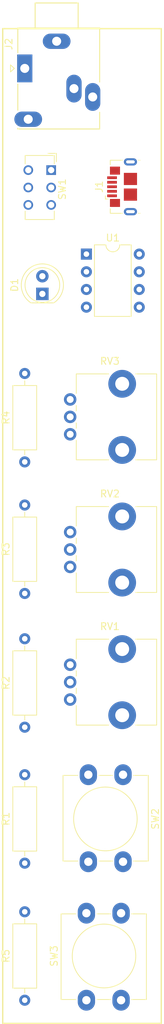
<source format=kicad_pcb>
(kicad_pcb (version 20171130) (host pcbnew "(5.0.0)")

  (general
    (thickness 1.6)
    (drawings 4)
    (tracks 0)
    (zones 0)
    (modules 15)
    (nets 17)
  )

  (page A4)
  (layers
    (0 F.Cu signal)
    (31 B.Cu signal)
    (32 B.Adhes user)
    (33 F.Adhes user)
    (34 B.Paste user)
    (35 F.Paste user)
    (36 B.SilkS user)
    (37 F.SilkS user)
    (38 B.Mask user)
    (39 F.Mask user)
    (40 Dwgs.User user)
    (41 Cmts.User user)
    (42 Eco1.User user)
    (43 Eco2.User user)
    (44 Edge.Cuts user)
    (45 Margin user)
    (46 B.CrtYd user)
    (47 F.CrtYd user)
    (48 B.Fab user)
    (49 F.Fab user)
  )

  (setup
    (last_trace_width 0.25)
    (trace_clearance 0.2)
    (zone_clearance 0.508)
    (zone_45_only no)
    (trace_min 0.2)
    (segment_width 0.2)
    (edge_width 0.15)
    (via_size 0.8)
    (via_drill 0.4)
    (via_min_size 0.4)
    (via_min_drill 0.3)
    (uvia_size 0.3)
    (uvia_drill 0.1)
    (uvias_allowed no)
    (uvia_min_size 0.2)
    (uvia_min_drill 0.1)
    (pcb_text_width 0.3)
    (pcb_text_size 1.5 1.5)
    (mod_edge_width 0.15)
    (mod_text_size 1 1)
    (mod_text_width 0.15)
    (pad_size 1.524 1.524)
    (pad_drill 0.762)
    (pad_to_mask_clearance 0.2)
    (aux_axis_origin 0 0)
    (visible_elements 7FFFFFFF)
    (pcbplotparams
      (layerselection 0x010fc_ffffffff)
      (usegerberextensions false)
      (usegerberattributes false)
      (usegerberadvancedattributes false)
      (creategerberjobfile false)
      (excludeedgelayer true)
      (linewidth 0.100000)
      (plotframeref false)
      (viasonmask false)
      (mode 1)
      (useauxorigin false)
      (hpglpennumber 1)
      (hpglpenspeed 20)
      (hpglpendiameter 15.000000)
      (psnegative false)
      (psa4output false)
      (plotreference true)
      (plotvalue true)
      (plotinvisibletext false)
      (padsonsilk false)
      (subtractmaskfromsilk false)
      (outputformat 1)
      (mirror false)
      (drillshape 1)
      (scaleselection 1)
      (outputdirectory ""))
  )

  (net 0 "")
  (net 1 GND)
  (net 2 P5)
  (net 3 "Net-(J1-Pad2)")
  (net 4 "Net-(J1-Pad1)")
  (net 5 "Net-(J1-Pad4)")
  (net 6 "Net-(J1-Pad3)")
  (net 7 P1)
  (net 8 V_IN)
  (net 9 "Net-(R2-Pad1)")
  (net 10 "Net-(J2-PadR)")
  (net 11 "Net-(R5-Pad1)")
  (net 12 P6)
  (net 13 "Net-(RV1-Pad2)")
  (net 14 "Net-(RV2-Pad2)")
  (net 15 "Net-(RV3-Pad2)")
  (net 16 "Net-(SW1-Pad1)")

  (net_class Default "Esta es la clase de red por defecto."
    (clearance 0.2)
    (trace_width 0.25)
    (via_dia 0.8)
    (via_drill 0.4)
    (uvia_dia 0.3)
    (uvia_drill 0.1)
    (add_net GND)
    (add_net "Net-(J1-Pad1)")
    (add_net "Net-(J1-Pad2)")
    (add_net "Net-(J1-Pad3)")
    (add_net "Net-(J1-Pad4)")
    (add_net "Net-(J2-PadR)")
    (add_net "Net-(R2-Pad1)")
    (add_net "Net-(R5-Pad1)")
    (add_net "Net-(RV1-Pad2)")
    (add_net "Net-(RV2-Pad2)")
    (add_net "Net-(RV3-Pad2)")
    (add_net "Net-(SW1-Pad1)")
    (add_net P1)
    (add_net P5)
    (add_net P6)
    (add_net V_IN)
  )

  (module teensy:StereoJack_3.5mm_Switch_Ledino_KB3SPRS_Horizontal_TRS (layer F.Cu) (tedit 5C5AE528) (tstamp 5C683BE5)
    (at 51.739047 42.151396 270)
    (descr https://www.reichelt.de/index.html?ACTION=7&LA=3&OPEN=0&INDEX=0&FILENAME=C160%252FKB3SPRS.pdf)
    (tags "jack stereo TRS")
    (path /5C2FAF40)
    (fp_text reference J2 (at -3.5 2.3 270) (layer F.SilkS)
      (effects (font (size 1 1) (thickness 0.15)))
    )
    (fp_text value AudioJack3_Ground (at 2.3 -12.2 270) (layer F.Fab)
      (effects (font (size 1 1) (thickness 0.15)))
    )
    (fp_text user %R (at 2.7 -4.6 270) (layer F.Fab)
      (effects (font (size 1 1) (thickness 0.15)))
    )
    (fp_line (start 0.5 2.05) (end 0 1.5) (layer F.SilkS) (width 0.12))
    (fp_line (start -0.5 2.05) (end 0.5 2.05) (layer F.SilkS) (width 0.12))
    (fp_line (start 0 1.5) (end -0.5 2.05) (layer F.SilkS) (width 0.12))
    (fp_line (start -9.3 -7.6) (end -9.3 -1.6) (layer F.Fab) (width 0.1))
    (fp_line (start -9.3 -1.6) (end -5.7 -1.6) (layer F.Fab) (width 0.1))
    (fp_line (start -9.3 -7.6) (end -5.7 -7.6) (layer F.Fab) (width 0.1))
    (fp_line (start -5.7 -10.7) (end -5.7 0.9) (layer F.Fab) (width 0.1))
    (fp_line (start -5.7 0.9) (end 8.6 0.9) (layer F.Fab) (width 0.1))
    (fp_line (start 8.6 0.9) (end 8.6 -10.7) (layer F.Fab) (width 0.1))
    (fp_line (start 8.6 -10.7) (end -5.7 -10.7) (layer F.Fab) (width 0.1))
    (fp_line (start -9.8 2) (end 9.1 2) (layer F.CrtYd) (width 0.05))
    (fp_line (start 9.1 -11.4) (end -9.8 -11.4) (layer F.CrtYd) (width 0.05))
    (fp_line (start -5.8 -10.8) (end 1.95 -10.8) (layer F.SilkS) (width 0.15))
    (fp_line (start 6.3 -10.8) (end 8.7 -10.8) (layer F.SilkS) (width 0.15))
    (fp_line (start 8.7 -10.8) (end 8.7 1) (layer F.SilkS) (width 0.15))
    (fp_line (start 8.7 1) (end 8.6 1) (layer F.SilkS) (width 0.15))
    (fp_line (start 6 1) (end 2.25 1) (layer F.SilkS) (width 0.15))
    (fp_line (start -2.25 1) (end -5.8 1) (layer F.SilkS) (width 0.15))
    (fp_line (start -5.8 1) (end -5.8 -10.8) (layer F.SilkS) (width 0.15))
    (fp_line (start -5.8 -7.7) (end -9.4 -7.7) (layer F.SilkS) (width 0.15))
    (fp_line (start -9.4 -7.7) (end -9.4 -1.5) (layer F.SilkS) (width 0.15))
    (fp_line (start -9.4 -1.5) (end -5.8 -1.5) (layer F.SilkS) (width 0.15))
    (fp_line (start -9.8 -11.4) (end -9.8 2) (layer F.CrtYd) (width 0.05))
    (fp_line (start 9.1 2) (end 9.1 -11.4) (layer F.CrtYd) (width 0.05))
    (fp_circle (center 0.1 -1.75) (end 0.4 -1.55) (layer F.Fab) (width 0.12))
    (pad R thru_hole rect (at 0 0 270) (size 4 2.2) (drill 1.3) (layers *.Cu *.Mask)
      (net 10 "Net-(J2-PadR)"))
    (pad 4 thru_hole oval (at 7.3 -0.5) (size 4 2.2) (drill 1.3) (layers *.Cu *.Mask))
    (pad 5 thru_hole oval (at 2.9 -7.1 270) (size 4 2.2) (drill 1.3) (layers *.Cu *.Mask))
    (pad T thru_hole oval (at 4.1 -9.8 270) (size 4 2.2) (drill 1.3) (layers *.Cu *.Mask)
      (net 10 "Net-(J2-PadR)"))
    (pad S thru_hole oval (at -3.9 -4.6 270) (size 2.2 4) (drill 1.3) (layers *.Cu *.Mask)
      (net 1 GND))
    (model ${KISYS3DMOD}/Connector_Audio.3dshapes/StereoJack_3.5mm_Switch_Ledino_KB3SPRS_Horizontal.wrl
      (at (xyz 0 0 0))
      (scale (xyz 1 1 1))
      (rotate (xyz 0 0 0))
    )
  )

  (module LED_THT:LED_D5.0mm_FlatTop (layer F.Cu) (tedit 5880A862) (tstamp 5C683B9B)
    (at 54.279047 74.536396 90)
    (descr "LED, Round, FlatTop, diameter 5.0mm, 2 pins, http://www.kingbright.com/attachments/file/psearch/000/00/00/L-483GDT(Ver.15B).pdf")
    (tags "LED Round FlatTop diameter 5.0mm 2 pins")
    (path /5C2FABCA)
    (fp_text reference D1 (at 1.27 -4.01 90) (layer F.SilkS)
      (effects (font (size 1 1) (thickness 0.15)))
    )
    (fp_text value LED (at 1.27 4.01 90) (layer F.Fab)
      (effects (font (size 1 1) (thickness 0.15)))
    )
    (fp_arc (start 1.27 0) (end -1.23 -1.566046) (angle 295.9) (layer F.Fab) (width 0.1))
    (fp_arc (start 1.27 0) (end -1.29 -1.639512) (angle 147.4) (layer F.SilkS) (width 0.12))
    (fp_arc (start 1.27 0) (end -1.29 1.639512) (angle -147.4) (layer F.SilkS) (width 0.12))
    (fp_circle (center 1.27 0) (end 3.77 0) (layer F.Fab) (width 0.1))
    (fp_circle (center 1.27 0) (end 3.77 0) (layer F.SilkS) (width 0.12))
    (fp_line (start -1.23 -1.566046) (end -1.23 1.566046) (layer F.Fab) (width 0.1))
    (fp_line (start -1.29 -1.64) (end -1.29 1.64) (layer F.SilkS) (width 0.12))
    (fp_line (start -2 -3.3) (end -2 3.3) (layer F.CrtYd) (width 0.05))
    (fp_line (start -2 3.3) (end 4.55 3.3) (layer F.CrtYd) (width 0.05))
    (fp_line (start 4.55 3.3) (end 4.55 -3.3) (layer F.CrtYd) (width 0.05))
    (fp_line (start 4.55 -3.3) (end -2 -3.3) (layer F.CrtYd) (width 0.05))
    (pad 1 thru_hole rect (at 0 0 90) (size 1.8 1.8) (drill 0.9) (layers *.Cu *.Mask)
      (net 1 GND))
    (pad 2 thru_hole circle (at 2.54 0 90) (size 1.8 1.8) (drill 0.9) (layers *.Cu *.Mask)
      (net 2 P5))
    (model ${KISYS3DMOD}/LED_THT.3dshapes/LED_D5.0mm_FlatTop.wrl
      (at (xyz 0 0 0))
      (scale (xyz 1 1 1))
      (rotate (xyz 0 0 0))
    )
  )

  (module Connector_USB:USB_Micro-B_GCT_USB3076-30-A (layer F.Cu) (tedit 5A170D03) (tstamp 5C683BC2)
    (at 65.779047 59.151396 90)
    (descr "GCT Micro USB https://gct.co/files/drawings/usb3076.pdf")
    (tags "Micro-USB SMD Typ-B GCT")
    (path /5C2FAD2D)
    (attr smd)
    (fp_text reference J1 (at 0 -3.3 90) (layer F.SilkS)
      (effects (font (size 1 1) (thickness 0.15)))
    )
    (fp_text value USB_B_Micro (at 0 5.2 90) (layer F.Fab)
      (effects (font (size 1 1) (thickness 0.15)))
    )
    (fp_line (start -4.6 4.45) (end 4.6 4.45) (layer F.CrtYd) (width 0.05))
    (fp_line (start 4.6 -2.65) (end 4.6 4.45) (layer F.CrtYd) (width 0.05))
    (fp_line (start -4.6 -2.65) (end 4.6 -2.65) (layer F.CrtYd) (width 0.05))
    (fp_line (start -4.6 4.45) (end -4.6 -2.65) (layer F.CrtYd) (width 0.05))
    (fp_text user "PCB Edge" (at 0 2.65 90) (layer Dwgs.User)
      (effects (font (size 0.5 0.5) (thickness 0.08)))
    )
    (fp_line (start -3.81 -1.71) (end -3.15 -1.71) (layer F.SilkS) (width 0.12))
    (fp_line (start -3.81 0.02) (end -3.81 -1.71) (layer F.SilkS) (width 0.12))
    (fp_line (start 3.81 2.59) (end 3.81 2.38) (layer F.SilkS) (width 0.12))
    (fp_line (start 3.7 3.95) (end 3.7 -1.6) (layer F.Fab) (width 0.1))
    (fp_line (start -3 2.65) (end 3 2.65) (layer F.Fab) (width 0.1))
    (fp_line (start -3.7 3.95) (end 3.7 3.95) (layer F.Fab) (width 0.1))
    (fp_line (start -3.7 -1.6) (end 3.7 -1.6) (layer F.Fab) (width 0.1))
    (fp_line (start -3.7 3.95) (end -3.7 -1.6) (layer F.Fab) (width 0.1))
    (fp_line (start -3.81 2.59) (end -3.81 2.38) (layer F.SilkS) (width 0.12))
    (fp_line (start 3.81 0.02) (end 3.81 -1.71) (layer F.SilkS) (width 0.12))
    (fp_line (start 3.81 -1.71) (end 3.16 -1.71) (layer F.SilkS) (width 0.12))
    (fp_text user %R (at 0 0.85 90) (layer F.Fab)
      (effects (font (size 1 1) (thickness 0.15)))
    )
    (fp_line (start -1.76 -2.41) (end -1.31 -2.41) (layer F.SilkS) (width 0.12))
    (fp_line (start -1.76 -2.41) (end -1.76 -2.02) (layer F.SilkS) (width 0.12))
    (fp_line (start -1.3 -1.75) (end -1.5 -1.95) (layer F.Fab) (width 0.1))
    (fp_line (start -1.1 -1.95) (end -1.3 -1.75) (layer F.Fab) (width 0.1))
    (fp_line (start -1.5 -2.16) (end -1.1 -2.16) (layer F.Fab) (width 0.1))
    (fp_line (start -1.5 -2.16) (end -1.5 -1.95) (layer F.Fab) (width 0.1))
    (fp_line (start -1.1 -2.16) (end -1.1 -1.95) (layer F.Fab) (width 0.1))
    (pad 6 smd rect (at 1.125 1.2 90) (size 1.75 1.9) (layers F.Cu F.Paste F.Mask)
      (net 1 GND))
    (pad 2 smd rect (at -0.65 -1.45 90) (size 0.4 1.4) (layers F.Cu F.Paste F.Mask)
      (net 3 "Net-(J1-Pad2)"))
    (pad 1 smd rect (at -1.3 -1.45 90) (size 0.4 1.4) (layers F.Cu F.Paste F.Mask)
      (net 4 "Net-(J1-Pad1)"))
    (pad 5 smd rect (at 1.3 -1.45 90) (size 0.4 1.4) (layers F.Cu F.Paste F.Mask)
      (net 1 GND))
    (pad 4 smd rect (at 0.65 -1.45 90) (size 0.4 1.4) (layers F.Cu F.Paste F.Mask)
      (net 5 "Net-(J1-Pad4)"))
    (pad 3 smd rect (at 0 -1.45 90) (size 0.4 1.4) (layers F.Cu F.Paste F.Mask)
      (net 6 "Net-(J1-Pad3)"))
    (pad 6 smd rect (at -1.125 1.2 90) (size 1.75 1.9) (layers F.Cu F.Paste F.Mask)
      (net 1 GND))
    (pad 6 thru_hole oval (at -3.575 1.2 270) (size 1.05 1.9) (drill oval 0.45 1.25) (layers *.Cu *.Mask)
      (net 1 GND))
    (pad 6 thru_hole oval (at 3.575 1.2 90) (size 1.05 1.9) (drill oval 0.45 1.25) (layers *.Cu *.Mask)
      (net 1 GND))
    (pad 6 smd rect (at 2.32 -1.03 90) (size 1.15 1.45) (layers F.Cu F.Paste F.Mask)
      (net 1 GND))
    (pad 6 smd rect (at -2.32 -1.03 90) (size 1.15 1.45) (layers F.Cu F.Paste F.Mask)
      (net 1 GND))
    (model ${KISYS3DMOD}/Connector_USB.3dshapes/USB_Micro-B_GCT_USB3076-30-A.wrl
      (at (xyz 0 0 0))
      (scale (xyz 1 1 1))
      (rotate (xyz 0 0 0))
    )
  )

  (module Resistor_THT:R_Axial_DIN0309_L9.0mm_D3.2mm_P12.70mm_Horizontal (layer F.Cu) (tedit 5AE5139B) (tstamp 5C683BFC)
    (at 51.739047 156.293269 90)
    (descr "Resistor, Axial_DIN0309 series, Axial, Horizontal, pin pitch=12.7mm, 0.5W = 1/2W, length*diameter=9*3.2mm^2, http://cdn-reichelt.de/documents/datenblatt/B400/1_4W%23YAG.pdf")
    (tags "Resistor Axial_DIN0309 series Axial Horizontal pin pitch 12.7mm 0.5W = 1/2W length 9mm diameter 3.2mm")
    (path /5C2FA407)
    (fp_text reference R1 (at 6.35 -2.72 90) (layer F.SilkS)
      (effects (font (size 1 1) (thickness 0.15)))
    )
    (fp_text value 47K (at 6.35 2.72 90) (layer F.Fab)
      (effects (font (size 1 1) (thickness 0.15)))
    )
    (fp_text user %R (at 6.35 0 90) (layer F.Fab)
      (effects (font (size 1 1) (thickness 0.15)))
    )
    (fp_line (start 13.75 -1.85) (end -1.05 -1.85) (layer F.CrtYd) (width 0.05))
    (fp_line (start 13.75 1.85) (end 13.75 -1.85) (layer F.CrtYd) (width 0.05))
    (fp_line (start -1.05 1.85) (end 13.75 1.85) (layer F.CrtYd) (width 0.05))
    (fp_line (start -1.05 -1.85) (end -1.05 1.85) (layer F.CrtYd) (width 0.05))
    (fp_line (start 11.66 0) (end 10.97 0) (layer F.SilkS) (width 0.12))
    (fp_line (start 1.04 0) (end 1.73 0) (layer F.SilkS) (width 0.12))
    (fp_line (start 10.97 -1.72) (end 1.73 -1.72) (layer F.SilkS) (width 0.12))
    (fp_line (start 10.97 1.72) (end 10.97 -1.72) (layer F.SilkS) (width 0.12))
    (fp_line (start 1.73 1.72) (end 10.97 1.72) (layer F.SilkS) (width 0.12))
    (fp_line (start 1.73 -1.72) (end 1.73 1.72) (layer F.SilkS) (width 0.12))
    (fp_line (start 12.7 0) (end 10.85 0) (layer F.Fab) (width 0.1))
    (fp_line (start 0 0) (end 1.85 0) (layer F.Fab) (width 0.1))
    (fp_line (start 10.85 -1.6) (end 1.85 -1.6) (layer F.Fab) (width 0.1))
    (fp_line (start 10.85 1.6) (end 10.85 -1.6) (layer F.Fab) (width 0.1))
    (fp_line (start 1.85 1.6) (end 10.85 1.6) (layer F.Fab) (width 0.1))
    (fp_line (start 1.85 -1.6) (end 1.85 1.6) (layer F.Fab) (width 0.1))
    (pad 2 thru_hole oval (at 12.7 0 90) (size 1.6 1.6) (drill 0.8) (layers *.Cu *.Mask)
      (net 7 P1))
    (pad 1 thru_hole circle (at 0 0 90) (size 1.6 1.6) (drill 0.8) (layers *.Cu *.Mask)
      (net 8 V_IN))
    (model ${KISYS3DMOD}/Resistor_THT.3dshapes/R_Axial_DIN0309_L9.0mm_D3.2mm_P12.70mm_Horizontal.wrl
      (at (xyz 0 0 0))
      (scale (xyz 1 1 1))
      (rotate (xyz 0 0 0))
    )
  )

  (module Resistor_THT:R_Axial_DIN0309_L9.0mm_D3.2mm_P12.70mm_Horizontal (layer F.Cu) (tedit 5AE5139B) (tstamp 5C683C13)
    (at 51.739047 136.766396 90)
    (descr "Resistor, Axial_DIN0309 series, Axial, Horizontal, pin pitch=12.7mm, 0.5W = 1/2W, length*diameter=9*3.2mm^2, http://cdn-reichelt.de/documents/datenblatt/B400/1_4W%23YAG.pdf")
    (tags "Resistor Axial_DIN0309 series Axial Horizontal pin pitch 12.7mm 0.5W = 1/2W length 9mm diameter 3.2mm")
    (path /5C2FA3D3)
    (fp_text reference R2 (at 6.35 -2.72 90) (layer F.SilkS)
      (effects (font (size 1 1) (thickness 0.15)))
    )
    (fp_text value 47K (at 6.35 2.72 90) (layer F.Fab)
      (effects (font (size 1 1) (thickness 0.15)))
    )
    (fp_line (start 1.85 -1.6) (end 1.85 1.6) (layer F.Fab) (width 0.1))
    (fp_line (start 1.85 1.6) (end 10.85 1.6) (layer F.Fab) (width 0.1))
    (fp_line (start 10.85 1.6) (end 10.85 -1.6) (layer F.Fab) (width 0.1))
    (fp_line (start 10.85 -1.6) (end 1.85 -1.6) (layer F.Fab) (width 0.1))
    (fp_line (start 0 0) (end 1.85 0) (layer F.Fab) (width 0.1))
    (fp_line (start 12.7 0) (end 10.85 0) (layer F.Fab) (width 0.1))
    (fp_line (start 1.73 -1.72) (end 1.73 1.72) (layer F.SilkS) (width 0.12))
    (fp_line (start 1.73 1.72) (end 10.97 1.72) (layer F.SilkS) (width 0.12))
    (fp_line (start 10.97 1.72) (end 10.97 -1.72) (layer F.SilkS) (width 0.12))
    (fp_line (start 10.97 -1.72) (end 1.73 -1.72) (layer F.SilkS) (width 0.12))
    (fp_line (start 1.04 0) (end 1.73 0) (layer F.SilkS) (width 0.12))
    (fp_line (start 11.66 0) (end 10.97 0) (layer F.SilkS) (width 0.12))
    (fp_line (start -1.05 -1.85) (end -1.05 1.85) (layer F.CrtYd) (width 0.05))
    (fp_line (start -1.05 1.85) (end 13.75 1.85) (layer F.CrtYd) (width 0.05))
    (fp_line (start 13.75 1.85) (end 13.75 -1.85) (layer F.CrtYd) (width 0.05))
    (fp_line (start 13.75 -1.85) (end -1.05 -1.85) (layer F.CrtYd) (width 0.05))
    (fp_text user %R (at 6.35 0 90) (layer F.Fab)
      (effects (font (size 1 1) (thickness 0.15)))
    )
    (pad 1 thru_hole circle (at 0 0 90) (size 1.6 1.6) (drill 0.8) (layers *.Cu *.Mask)
      (net 9 "Net-(R2-Pad1)"))
    (pad 2 thru_hole oval (at 12.7 0 90) (size 1.6 1.6) (drill 0.8) (layers *.Cu *.Mask)
      (net 1 GND))
    (model ${KISYS3DMOD}/Resistor_THT.3dshapes/R_Axial_DIN0309_L9.0mm_D3.2mm_P12.70mm_Horizontal.wrl
      (at (xyz 0 0 0))
      (scale (xyz 1 1 1))
      (rotate (xyz 0 0 0))
    )
  )

  (module Resistor_THT:R_Axial_DIN0309_L9.0mm_D3.2mm_P12.70mm_Horizontal (layer F.Cu) (tedit 5AE5139B) (tstamp 5C683C2A)
    (at 51.739047 117.558269 90)
    (descr "Resistor, Axial_DIN0309 series, Axial, Horizontal, pin pitch=12.7mm, 0.5W = 1/2W, length*diameter=9*3.2mm^2, http://cdn-reichelt.de/documents/datenblatt/B400/1_4W%23YAG.pdf")
    (tags "Resistor Axial_DIN0309 series Axial Horizontal pin pitch 12.7mm 0.5W = 1/2W length 9mm diameter 3.2mm")
    (path /5C2FA491)
    (fp_text reference R3 (at 6.35 -2.72 90) (layer F.SilkS)
      (effects (font (size 1 1) (thickness 0.15)))
    )
    (fp_text value 2.2K (at 6.35 2.72 90) (layer F.Fab)
      (effects (font (size 1 1) (thickness 0.15)))
    )
    (fp_text user %R (at 6.35 0 90) (layer F.Fab)
      (effects (font (size 1 1) (thickness 0.15)))
    )
    (fp_line (start 13.75 -1.85) (end -1.05 -1.85) (layer F.CrtYd) (width 0.05))
    (fp_line (start 13.75 1.85) (end 13.75 -1.85) (layer F.CrtYd) (width 0.05))
    (fp_line (start -1.05 1.85) (end 13.75 1.85) (layer F.CrtYd) (width 0.05))
    (fp_line (start -1.05 -1.85) (end -1.05 1.85) (layer F.CrtYd) (width 0.05))
    (fp_line (start 11.66 0) (end 10.97 0) (layer F.SilkS) (width 0.12))
    (fp_line (start 1.04 0) (end 1.73 0) (layer F.SilkS) (width 0.12))
    (fp_line (start 10.97 -1.72) (end 1.73 -1.72) (layer F.SilkS) (width 0.12))
    (fp_line (start 10.97 1.72) (end 10.97 -1.72) (layer F.SilkS) (width 0.12))
    (fp_line (start 1.73 1.72) (end 10.97 1.72) (layer F.SilkS) (width 0.12))
    (fp_line (start 1.73 -1.72) (end 1.73 1.72) (layer F.SilkS) (width 0.12))
    (fp_line (start 12.7 0) (end 10.85 0) (layer F.Fab) (width 0.1))
    (fp_line (start 0 0) (end 1.85 0) (layer F.Fab) (width 0.1))
    (fp_line (start 10.85 -1.6) (end 1.85 -1.6) (layer F.Fab) (width 0.1))
    (fp_line (start 10.85 1.6) (end 10.85 -1.6) (layer F.Fab) (width 0.1))
    (fp_line (start 1.85 1.6) (end 10.85 1.6) (layer F.Fab) (width 0.1))
    (fp_line (start 1.85 -1.6) (end 1.85 1.6) (layer F.Fab) (width 0.1))
    (pad 2 thru_hole oval (at 12.7 0 90) (size 1.6 1.6) (drill 0.8) (layers *.Cu *.Mask)
      (net 10 "Net-(J2-PadR)"))
    (pad 1 thru_hole circle (at 0 0 90) (size 1.6 1.6) (drill 0.8) (layers *.Cu *.Mask)
      (net 2 P5))
    (model ${KISYS3DMOD}/Resistor_THT.3dshapes/R_Axial_DIN0309_L9.0mm_D3.2mm_P12.70mm_Horizontal.wrl
      (at (xyz 0 0 0))
      (scale (xyz 1 1 1))
      (rotate (xyz 0 0 0))
    )
  )

  (module Resistor_THT:R_Axial_DIN0309_L9.0mm_D3.2mm_P12.70mm_Horizontal (layer F.Cu) (tedit 5AE5139B) (tstamp 5C683C41)
    (at 51.739047 98.666396 90)
    (descr "Resistor, Axial_DIN0309 series, Axial, Horizontal, pin pitch=12.7mm, 0.5W = 1/2W, length*diameter=9*3.2mm^2, http://cdn-reichelt.de/documents/datenblatt/B400/1_4W%23YAG.pdf")
    (tags "Resistor Axial_DIN0309 series Axial Horizontal pin pitch 12.7mm 0.5W = 1/2W length 9mm diameter 3.2mm")
    (path /5C2FA4C5)
    (fp_text reference R4 (at 6.35 -2.72 90) (layer F.SilkS)
      (effects (font (size 1 1) (thickness 0.15)))
    )
    (fp_text value 4.7K (at 6.35 2.72 90) (layer F.Fab)
      (effects (font (size 1 1) (thickness 0.15)))
    )
    (fp_line (start 1.85 -1.6) (end 1.85 1.6) (layer F.Fab) (width 0.1))
    (fp_line (start 1.85 1.6) (end 10.85 1.6) (layer F.Fab) (width 0.1))
    (fp_line (start 10.85 1.6) (end 10.85 -1.6) (layer F.Fab) (width 0.1))
    (fp_line (start 10.85 -1.6) (end 1.85 -1.6) (layer F.Fab) (width 0.1))
    (fp_line (start 0 0) (end 1.85 0) (layer F.Fab) (width 0.1))
    (fp_line (start 12.7 0) (end 10.85 0) (layer F.Fab) (width 0.1))
    (fp_line (start 1.73 -1.72) (end 1.73 1.72) (layer F.SilkS) (width 0.12))
    (fp_line (start 1.73 1.72) (end 10.97 1.72) (layer F.SilkS) (width 0.12))
    (fp_line (start 10.97 1.72) (end 10.97 -1.72) (layer F.SilkS) (width 0.12))
    (fp_line (start 10.97 -1.72) (end 1.73 -1.72) (layer F.SilkS) (width 0.12))
    (fp_line (start 1.04 0) (end 1.73 0) (layer F.SilkS) (width 0.12))
    (fp_line (start 11.66 0) (end 10.97 0) (layer F.SilkS) (width 0.12))
    (fp_line (start -1.05 -1.85) (end -1.05 1.85) (layer F.CrtYd) (width 0.05))
    (fp_line (start -1.05 1.85) (end 13.75 1.85) (layer F.CrtYd) (width 0.05))
    (fp_line (start 13.75 1.85) (end 13.75 -1.85) (layer F.CrtYd) (width 0.05))
    (fp_line (start 13.75 -1.85) (end -1.05 -1.85) (layer F.CrtYd) (width 0.05))
    (fp_text user %R (at 6.35 0 90) (layer F.Fab)
      (effects (font (size 1 1) (thickness 0.15)))
    )
    (pad 1 thru_hole circle (at 0 0 90) (size 1.6 1.6) (drill 0.8) (layers *.Cu *.Mask)
      (net 10 "Net-(J2-PadR)"))
    (pad 2 thru_hole oval (at 12.7 0 90) (size 1.6 1.6) (drill 0.8) (layers *.Cu *.Mask)
      (net 1 GND))
    (model ${KISYS3DMOD}/Resistor_THT.3dshapes/R_Axial_DIN0309_L9.0mm_D3.2mm_P12.70mm_Horizontal.wrl
      (at (xyz 0 0 0))
      (scale (xyz 1 1 1))
      (rotate (xyz 0 0 0))
    )
  )

  (module Resistor_THT:R_Axial_DIN0309_L9.0mm_D3.2mm_P12.70mm_Horizontal (layer F.Cu) (tedit 5AE5139B) (tstamp 5C683C58)
    (at 51.739047 175.978269 90)
    (descr "Resistor, Axial_DIN0309 series, Axial, Horizontal, pin pitch=12.7mm, 0.5W = 1/2W, length*diameter=9*3.2mm^2, http://cdn-reichelt.de/documents/datenblatt/B400/1_4W%23YAG.pdf")
    (tags "Resistor Axial_DIN0309 series Axial Horizontal pin pitch 12.7mm 0.5W = 1/2W length 9mm diameter 3.2mm")
    (path /5C2FA44F)
    (fp_text reference R5 (at 6.35 -2.72 90) (layer F.SilkS)
      (effects (font (size 1 1) (thickness 0.15)))
    )
    (fp_text value 47K (at 6.35 2.72 90) (layer F.Fab)
      (effects (font (size 1 1) (thickness 0.15)))
    )
    (fp_line (start 1.85 -1.6) (end 1.85 1.6) (layer F.Fab) (width 0.1))
    (fp_line (start 1.85 1.6) (end 10.85 1.6) (layer F.Fab) (width 0.1))
    (fp_line (start 10.85 1.6) (end 10.85 -1.6) (layer F.Fab) (width 0.1))
    (fp_line (start 10.85 -1.6) (end 1.85 -1.6) (layer F.Fab) (width 0.1))
    (fp_line (start 0 0) (end 1.85 0) (layer F.Fab) (width 0.1))
    (fp_line (start 12.7 0) (end 10.85 0) (layer F.Fab) (width 0.1))
    (fp_line (start 1.73 -1.72) (end 1.73 1.72) (layer F.SilkS) (width 0.12))
    (fp_line (start 1.73 1.72) (end 10.97 1.72) (layer F.SilkS) (width 0.12))
    (fp_line (start 10.97 1.72) (end 10.97 -1.72) (layer F.SilkS) (width 0.12))
    (fp_line (start 10.97 -1.72) (end 1.73 -1.72) (layer F.SilkS) (width 0.12))
    (fp_line (start 1.04 0) (end 1.73 0) (layer F.SilkS) (width 0.12))
    (fp_line (start 11.66 0) (end 10.97 0) (layer F.SilkS) (width 0.12))
    (fp_line (start -1.05 -1.85) (end -1.05 1.85) (layer F.CrtYd) (width 0.05))
    (fp_line (start -1.05 1.85) (end 13.75 1.85) (layer F.CrtYd) (width 0.05))
    (fp_line (start 13.75 1.85) (end 13.75 -1.85) (layer F.CrtYd) (width 0.05))
    (fp_line (start 13.75 -1.85) (end -1.05 -1.85) (layer F.CrtYd) (width 0.05))
    (fp_text user %R (at 6.35 0 90) (layer F.Fab)
      (effects (font (size 1 1) (thickness 0.15)))
    )
    (pad 1 thru_hole circle (at 0 0 90) (size 1.6 1.6) (drill 0.8) (layers *.Cu *.Mask)
      (net 11 "Net-(R5-Pad1)"))
    (pad 2 thru_hole oval (at 12.7 0 90) (size 1.6 1.6) (drill 0.8) (layers *.Cu *.Mask)
      (net 12 P6))
    (model ${KISYS3DMOD}/Resistor_THT.3dshapes/R_Axial_DIN0309_L9.0mm_D3.2mm_P12.70mm_Horizontal.wrl
      (at (xyz 0 0 0))
      (scale (xyz 1 1 1))
      (rotate (xyz 0 0 0))
    )
  )

  (module Potentiometer_THT:Potentiometer_Alps_RK09L_Single_Vertical (layer F.Cu) (tedit 5A3D4993) (tstamp 5C683C74)
    (at 58.288112 132.798269)
    (descr "Potentiometer, vertical, Alps RK09L Single, http://www.alps.com/prod/info/E/HTML/Potentiometer/RotaryPotentiometers/RK09L/RK09L_list.html")
    (tags "Potentiometer vertical Alps RK09L Single")
    (path /5C2FA292)
    (fp_text reference RV1 (at 5.725 -10.5) (layer F.SilkS)
      (effects (font (size 1 1) (thickness 0.15)))
    )
    (fp_text value 10K (at 5.725 5.5) (layer F.Fab)
      (effects (font (size 1 1) (thickness 0.15)))
    )
    (fp_circle (center 7.5 -2.5) (end 10.5 -2.5) (layer F.Fab) (width 0.1))
    (fp_line (start 1 -8.55) (end 1 3.55) (layer F.Fab) (width 0.1))
    (fp_line (start 1 3.55) (end 12.35 3.55) (layer F.Fab) (width 0.1))
    (fp_line (start 12.35 3.55) (end 12.35 -8.55) (layer F.Fab) (width 0.1))
    (fp_line (start 12.35 -8.55) (end 1 -8.55) (layer F.Fab) (width 0.1))
    (fp_line (start 0.88 -8.67) (end 5.546 -8.67) (layer F.SilkS) (width 0.12))
    (fp_line (start 9.455 -8.67) (end 12.47 -8.67) (layer F.SilkS) (width 0.12))
    (fp_line (start 0.88 3.67) (end 5.546 3.67) (layer F.SilkS) (width 0.12))
    (fp_line (start 9.455 3.67) (end 12.47 3.67) (layer F.SilkS) (width 0.12))
    (fp_line (start 0.88 -8.67) (end 0.88 -5.871) (layer F.SilkS) (width 0.12))
    (fp_line (start 0.88 -4.129) (end 0.88 -3.37) (layer F.SilkS) (width 0.12))
    (fp_line (start 0.88 -1.629) (end 0.88 -0.87) (layer F.SilkS) (width 0.12))
    (fp_line (start 0.88 0.87) (end 0.88 3.67) (layer F.SilkS) (width 0.12))
    (fp_line (start 12.47 -8.67) (end 12.47 3.67) (layer F.SilkS) (width 0.12))
    (fp_line (start -1.15 -9.5) (end -1.15 4.5) (layer F.CrtYd) (width 0.05))
    (fp_line (start -1.15 4.5) (end 12.6 4.5) (layer F.CrtYd) (width 0.05))
    (fp_line (start 12.6 4.5) (end 12.6 -9.5) (layer F.CrtYd) (width 0.05))
    (fp_line (start 12.6 -9.5) (end -1.15 -9.5) (layer F.CrtYd) (width 0.05))
    (fp_text user %R (at 2 -2.5 -270) (layer F.Fab)
      (effects (font (size 1 1) (thickness 0.15)))
    )
    (pad 3 thru_hole circle (at 0 -5) (size 1.8 1.8) (drill 1) (layers *.Cu *.Mask)
      (net 1 GND))
    (pad 2 thru_hole circle (at 0 -2.5) (size 1.8 1.8) (drill 1) (layers *.Cu *.Mask)
      (net 13 "Net-(RV1-Pad2)"))
    (pad 1 thru_hole circle (at 0 0) (size 1.8 1.8) (drill 1) (layers *.Cu *.Mask)
      (net 8 V_IN))
    (pad "" np_thru_hole circle (at 7.5 -7.25) (size 4 4) (drill 2) (layers *.Cu *.Mask))
    (pad "" np_thru_hole circle (at 7.5 2.25) (size 4 4) (drill 2) (layers *.Cu *.Mask))
    (model ${KISYS3DMOD}/Potentiometer_THT.3dshapes/Potentiometer_Alps_RK09L_Single_Vertical.wrl
      (at (xyz 0 0 0))
      (scale (xyz 1 1 1))
      (rotate (xyz 0 0 0))
    )
  )

  (module Potentiometer_THT:Potentiometer_Alps_RK09L_Single_Vertical (layer F.Cu) (tedit 5A3D4993) (tstamp 5C683C90)
    (at 58.288112 113.748269)
    (descr "Potentiometer, vertical, Alps RK09L Single, http://www.alps.com/prod/info/E/HTML/Potentiometer/RotaryPotentiometers/RK09L/RK09L_list.html")
    (tags "Potentiometer vertical Alps RK09L Single")
    (path /5C2FA24C)
    (fp_text reference RV2 (at 5.725 -10.5) (layer F.SilkS)
      (effects (font (size 1 1) (thickness 0.15)))
    )
    (fp_text value 10K (at 5.725 5.5) (layer F.Fab)
      (effects (font (size 1 1) (thickness 0.15)))
    )
    (fp_text user %R (at 2 -2.5 -270) (layer F.Fab)
      (effects (font (size 1 1) (thickness 0.15)))
    )
    (fp_line (start 12.6 -9.5) (end -1.15 -9.5) (layer F.CrtYd) (width 0.05))
    (fp_line (start 12.6 4.5) (end 12.6 -9.5) (layer F.CrtYd) (width 0.05))
    (fp_line (start -1.15 4.5) (end 12.6 4.5) (layer F.CrtYd) (width 0.05))
    (fp_line (start -1.15 -9.5) (end -1.15 4.5) (layer F.CrtYd) (width 0.05))
    (fp_line (start 12.47 -8.67) (end 12.47 3.67) (layer F.SilkS) (width 0.12))
    (fp_line (start 0.88 0.87) (end 0.88 3.67) (layer F.SilkS) (width 0.12))
    (fp_line (start 0.88 -1.629) (end 0.88 -0.87) (layer F.SilkS) (width 0.12))
    (fp_line (start 0.88 -4.129) (end 0.88 -3.37) (layer F.SilkS) (width 0.12))
    (fp_line (start 0.88 -8.67) (end 0.88 -5.871) (layer F.SilkS) (width 0.12))
    (fp_line (start 9.455 3.67) (end 12.47 3.67) (layer F.SilkS) (width 0.12))
    (fp_line (start 0.88 3.67) (end 5.546 3.67) (layer F.SilkS) (width 0.12))
    (fp_line (start 9.455 -8.67) (end 12.47 -8.67) (layer F.SilkS) (width 0.12))
    (fp_line (start 0.88 -8.67) (end 5.546 -8.67) (layer F.SilkS) (width 0.12))
    (fp_line (start 12.35 -8.55) (end 1 -8.55) (layer F.Fab) (width 0.1))
    (fp_line (start 12.35 3.55) (end 12.35 -8.55) (layer F.Fab) (width 0.1))
    (fp_line (start 1 3.55) (end 12.35 3.55) (layer F.Fab) (width 0.1))
    (fp_line (start 1 -8.55) (end 1 3.55) (layer F.Fab) (width 0.1))
    (fp_circle (center 7.5 -2.5) (end 10.5 -2.5) (layer F.Fab) (width 0.1))
    (pad "" np_thru_hole circle (at 7.5 2.25) (size 4 4) (drill 2) (layers *.Cu *.Mask))
    (pad "" np_thru_hole circle (at 7.5 -7.25) (size 4 4) (drill 2) (layers *.Cu *.Mask))
    (pad 1 thru_hole circle (at 0 0) (size 1.8 1.8) (drill 1) (layers *.Cu *.Mask)
      (net 8 V_IN))
    (pad 2 thru_hole circle (at 0 -2.5) (size 1.8 1.8) (drill 1) (layers *.Cu *.Mask)
      (net 14 "Net-(RV2-Pad2)"))
    (pad 3 thru_hole circle (at 0 -5) (size 1.8 1.8) (drill 1) (layers *.Cu *.Mask)
      (net 1 GND))
    (model ${KISYS3DMOD}/Potentiometer_THT.3dshapes/Potentiometer_Alps_RK09L_Single_Vertical.wrl
      (at (xyz 0 0 0))
      (scale (xyz 1 1 1))
      (rotate (xyz 0 0 0))
    )
  )

  (module Potentiometer_THT:Potentiometer_Alps_RK09L_Single_Vertical (layer F.Cu) (tedit 5A3D4993) (tstamp 5C683CAC)
    (at 58.288112 94.698269)
    (descr "Potentiometer, vertical, Alps RK09L Single, http://www.alps.com/prod/info/E/HTML/Potentiometer/RotaryPotentiometers/RK09L/RK09L_list.html")
    (tags "Potentiometer vertical Alps RK09L Single")
    (path /5C2FA1C2)
    (fp_text reference RV3 (at 5.725 -10.5) (layer F.SilkS)
      (effects (font (size 1 1) (thickness 0.15)))
    )
    (fp_text value 10K (at 5.725 5.5) (layer F.Fab)
      (effects (font (size 1 1) (thickness 0.15)))
    )
    (fp_circle (center 7.5 -2.5) (end 10.5 -2.5) (layer F.Fab) (width 0.1))
    (fp_line (start 1 -8.55) (end 1 3.55) (layer F.Fab) (width 0.1))
    (fp_line (start 1 3.55) (end 12.35 3.55) (layer F.Fab) (width 0.1))
    (fp_line (start 12.35 3.55) (end 12.35 -8.55) (layer F.Fab) (width 0.1))
    (fp_line (start 12.35 -8.55) (end 1 -8.55) (layer F.Fab) (width 0.1))
    (fp_line (start 0.88 -8.67) (end 5.546 -8.67) (layer F.SilkS) (width 0.12))
    (fp_line (start 9.455 -8.67) (end 12.47 -8.67) (layer F.SilkS) (width 0.12))
    (fp_line (start 0.88 3.67) (end 5.546 3.67) (layer F.SilkS) (width 0.12))
    (fp_line (start 9.455 3.67) (end 12.47 3.67) (layer F.SilkS) (width 0.12))
    (fp_line (start 0.88 -8.67) (end 0.88 -5.871) (layer F.SilkS) (width 0.12))
    (fp_line (start 0.88 -4.129) (end 0.88 -3.37) (layer F.SilkS) (width 0.12))
    (fp_line (start 0.88 -1.629) (end 0.88 -0.87) (layer F.SilkS) (width 0.12))
    (fp_line (start 0.88 0.87) (end 0.88 3.67) (layer F.SilkS) (width 0.12))
    (fp_line (start 12.47 -8.67) (end 12.47 3.67) (layer F.SilkS) (width 0.12))
    (fp_line (start -1.15 -9.5) (end -1.15 4.5) (layer F.CrtYd) (width 0.05))
    (fp_line (start -1.15 4.5) (end 12.6 4.5) (layer F.CrtYd) (width 0.05))
    (fp_line (start 12.6 4.5) (end 12.6 -9.5) (layer F.CrtYd) (width 0.05))
    (fp_line (start 12.6 -9.5) (end -1.15 -9.5) (layer F.CrtYd) (width 0.05))
    (fp_text user %R (at 2 -2.5 -270) (layer F.Fab)
      (effects (font (size 1 1) (thickness 0.15)))
    )
    (pad 3 thru_hole circle (at 0 -5) (size 1.8 1.8) (drill 1) (layers *.Cu *.Mask)
      (net 1 GND))
    (pad 2 thru_hole circle (at 0 -2.5) (size 1.8 1.8) (drill 1) (layers *.Cu *.Mask)
      (net 15 "Net-(RV3-Pad2)"))
    (pad 1 thru_hole circle (at 0 0) (size 1.8 1.8) (drill 1) (layers *.Cu *.Mask)
      (net 8 V_IN))
    (pad "" np_thru_hole circle (at 7.5 -7.25) (size 4 4) (drill 2) (layers *.Cu *.Mask))
    (pad "" np_thru_hole circle (at 7.5 2.25) (size 4 4) (drill 2) (layers *.Cu *.Mask))
    (model ${KISYS3DMOD}/Potentiometer_THT.3dshapes/Potentiometer_Alps_RK09L_Single_Vertical.wrl
      (at (xyz 0 0 0))
      (scale (xyz 1 1 1))
      (rotate (xyz 0 0 0))
    )
  )

  (module Button_Switch_THT:SW_CuK_JS202011CQN_DPDT_Straight (layer F.Cu) (tedit 5A02FE31) (tstamp 5C683CC8)
    (at 55.549047 56.756396 270)
    (descr "CuK sub miniature slide switch, JS series, DPDT, right angle, http://www.ckswitches.com/media/1422/js.pdf")
    (tags "switch DPDT")
    (path /5C2FAE53)
    (fp_text reference SW1 (at 2.75 -1.6 270) (layer F.SilkS)
      (effects (font (size 1 1) (thickness 0.15)))
    )
    (fp_text value SW_SPDT (at 3 5 270) (layer F.Fab)
      (effects (font (size 1 1) (thickness 0.15)))
    )
    (fp_line (start -1 -0.35) (end -2 0.65) (layer F.Fab) (width 0.1))
    (fp_line (start -2.25 4.25) (end -2.25 -0.95) (layer F.CrtYd) (width 0.05))
    (fp_line (start 7.25 4.25) (end -2.25 4.25) (layer F.CrtYd) (width 0.05))
    (fp_line (start 7.25 -0.95) (end 7.25 4.25) (layer F.CrtYd) (width 0.05))
    (fp_line (start -2.25 -0.95) (end 7.25 -0.95) (layer F.CrtYd) (width 0.05))
    (fp_line (start -2.4 -0.75) (end -2.4 0.45) (layer F.SilkS) (width 0.12))
    (fp_line (start -1.2 -0.75) (end -2.4 -0.75) (layer F.SilkS) (width 0.12))
    (fp_line (start 7.1 3.75) (end 5.9 3.75) (layer F.SilkS) (width 0.12))
    (fp_line (start 7.1 -0.45) (end 7.1 3.75) (layer F.SilkS) (width 0.12))
    (fp_line (start 5.9 -0.45) (end 7.1 -0.45) (layer F.SilkS) (width 0.12))
    (fp_line (start -2.1 3.75) (end -0.9 3.75) (layer F.SilkS) (width 0.12))
    (fp_line (start -2.1 -0.45) (end -2.1 3.75) (layer F.SilkS) (width 0.12))
    (fp_line (start -0.9 -0.45) (end -2.1 -0.45) (layer F.SilkS) (width 0.12))
    (fp_text user %R (at 2 1.65 270) (layer F.Fab)
      (effects (font (size 1 1) (thickness 0.15)))
    )
    (fp_line (start -2 3.65) (end -2 0.65) (layer F.Fab) (width 0.1))
    (fp_line (start 7 3.65) (end -2 3.65) (layer F.Fab) (width 0.1))
    (fp_line (start 7 -0.35) (end 7 3.65) (layer F.Fab) (width 0.1))
    (fp_line (start -1 -0.35) (end 7 -0.35) (layer F.Fab) (width 0.1))
    (pad 1 thru_hole rect (at 0 0 270) (size 1.4 1.4) (drill 0.9) (layers *.Cu *.Mask)
      (net 16 "Net-(SW1-Pad1)"))
    (pad 2 thru_hole circle (at 2.5 0 270) (size 1.4 1.4) (drill 0.9) (layers *.Cu *.Mask)
      (net 8 V_IN))
    (pad 3 thru_hole circle (at 5 0 270) (size 1.4 1.4) (drill 0.9) (layers *.Cu *.Mask)
      (net 4 "Net-(J1-Pad1)"))
    (pad 4 thru_hole circle (at 0 3.3 270) (size 1.4 1.4) (drill 0.9) (layers *.Cu *.Mask))
    (pad 5 thru_hole circle (at 2.5 3.3 270) (size 1.4 1.4) (drill 0.9) (layers *.Cu *.Mask))
    (pad 6 thru_hole circle (at 5 3.3 270) (size 1.4 1.4) (drill 0.9) (layers *.Cu *.Mask))
    (model ${KISYS3DMOD}/Button_Switch_THT.3dshapes/SW_CuK_JS202011CQN_DPDT_Straight.wrl
      (at (xyz 0 0 0))
      (scale (xyz 1 1 1))
      (rotate (xyz 0 0 0))
    )
  )

  (module Button_Switch_THT:SW_PUSH-12mm_Wuerth-430476085716 (layer F.Cu) (tedit 5A02FE31) (tstamp 5C683CE2)
    (at 65.908112 143.593269 270)
    (descr "SW PUSH 12mm http://katalog.we-online.de/em/datasheet/430476085716.pdf")
    (tags "tact sw push 12mm")
    (path /5C2FA2FC)
    (fp_text reference SW2 (at 6.35 -4.66 270) (layer F.SilkS)
      (effects (font (size 1 1) (thickness 0.15)))
    )
    (fp_text value SW_Push (at 6.35 9.93 270) (layer F.Fab)
      (effects (font (size 1 1) (thickness 0.15)))
    )
    (fp_circle (center 6.35 2.54) (end 10.92905 2.54) (layer F.SilkS) (width 0.12))
    (fp_line (start 0.25 -3.5) (end 0.25 8.5) (layer F.Fab) (width 0.1))
    (fp_line (start 0.25 8.5) (end 12.25 8.5) (layer F.Fab) (width 0.1))
    (fp_line (start 12.25 8.5) (end 12.25 -3.5) (layer F.Fab) (width 0.1))
    (fp_line (start 12.25 -3.5) (end 0.25 -3.5) (layer F.Fab) (width 0.1))
    (fp_line (start 0.1 -1.53) (end 0.1 -3.65) (layer F.SilkS) (width 0.12))
    (fp_line (start 0.1 -3.65) (end 12.4 -3.65) (layer F.SilkS) (width 0.12))
    (fp_line (start 12.4 -3.65) (end 12.4 -1.53) (layer F.SilkS) (width 0.12))
    (fp_line (start 12.4 1.53) (end 12.4 3.47) (layer F.SilkS) (width 0.12))
    (fp_line (start 12.4 6.53) (end 12.4 8.65) (layer F.SilkS) (width 0.12))
    (fp_line (start 12.4 8.65) (end 0.1 8.65) (layer F.SilkS) (width 0.12))
    (fp_line (start 0.1 8.65) (end 0.1 6.53) (layer F.SilkS) (width 0.12))
    (fp_line (start 0.1 3.47) (end 0.1 1.53) (layer F.SilkS) (width 0.12))
    (fp_line (start -1.75 -3.75) (end -1.75 8.75) (layer F.CrtYd) (width 0.05))
    (fp_line (start -1.75 8.75) (end 14.25 8.75) (layer F.CrtYd) (width 0.05))
    (fp_line (start 14.25 8.75) (end 14.25 -3.75) (layer F.CrtYd) (width 0.05))
    (fp_line (start 14.25 -3.75) (end -1.75 -3.75) (layer F.CrtYd) (width 0.05))
    (fp_text user %R (at 6.35 2.54 270) (layer F.Fab)
      (effects (font (size 1 1) (thickness 0.15)))
    )
    (pad 1 thru_hole oval (at 12.5 0 270) (size 3 2.5) (drill 1.2) (layers *.Cu *.Mask)
      (net 9 "Net-(R2-Pad1)"))
    (pad 2 thru_hole oval (at 12.5 5 270) (size 3 2.5) (drill 1.2) (layers *.Cu *.Mask)
      (net 7 P1))
    (pad 1 thru_hole oval (at 0 0 270) (size 3 2.5) (drill 1.2) (layers *.Cu *.Mask)
      (net 9 "Net-(R2-Pad1)"))
    (pad 2 thru_hole oval (at 0 5 270) (size 3 2.5) (drill 1.2) (layers *.Cu *.Mask)
      (net 7 P1))
    (model ${KISYS3DMOD}/Button_Switch_THT.3dshapes/SW_PUSH-12mm_Wuerth-430476085716.wrl
      (at (xyz 0 0 0))
      (scale (xyz 1 1 1))
      (rotate (xyz 0 0 0))
    )
  )

  (module Button_Switch_THT:SW_PUSH-12mm_Wuerth-430476085716 (layer F.Cu) (tedit 5A02FE31) (tstamp 5C683CFC)
    (at 60.629047 175.978269 90)
    (descr "SW PUSH 12mm http://katalog.we-online.de/em/datasheet/430476085716.pdf")
    (tags "tact sw push 12mm")
    (path /5C2FA374)
    (fp_text reference SW3 (at 6.35 -4.66 90) (layer F.SilkS)
      (effects (font (size 1 1) (thickness 0.15)))
    )
    (fp_text value SW_Push (at 6.35 9.93 90) (layer F.Fab)
      (effects (font (size 1 1) (thickness 0.15)))
    )
    (fp_text user %R (at 6.35 2.54 90) (layer F.Fab)
      (effects (font (size 1 1) (thickness 0.15)))
    )
    (fp_line (start 14.25 -3.75) (end -1.75 -3.75) (layer F.CrtYd) (width 0.05))
    (fp_line (start 14.25 8.75) (end 14.25 -3.75) (layer F.CrtYd) (width 0.05))
    (fp_line (start -1.75 8.75) (end 14.25 8.75) (layer F.CrtYd) (width 0.05))
    (fp_line (start -1.75 -3.75) (end -1.75 8.75) (layer F.CrtYd) (width 0.05))
    (fp_line (start 0.1 3.47) (end 0.1 1.53) (layer F.SilkS) (width 0.12))
    (fp_line (start 0.1 8.65) (end 0.1 6.53) (layer F.SilkS) (width 0.12))
    (fp_line (start 12.4 8.65) (end 0.1 8.65) (layer F.SilkS) (width 0.12))
    (fp_line (start 12.4 6.53) (end 12.4 8.65) (layer F.SilkS) (width 0.12))
    (fp_line (start 12.4 1.53) (end 12.4 3.47) (layer F.SilkS) (width 0.12))
    (fp_line (start 12.4 -3.65) (end 12.4 -1.53) (layer F.SilkS) (width 0.12))
    (fp_line (start 0.1 -3.65) (end 12.4 -3.65) (layer F.SilkS) (width 0.12))
    (fp_line (start 0.1 -1.53) (end 0.1 -3.65) (layer F.SilkS) (width 0.12))
    (fp_line (start 12.25 -3.5) (end 0.25 -3.5) (layer F.Fab) (width 0.1))
    (fp_line (start 12.25 8.5) (end 12.25 -3.5) (layer F.Fab) (width 0.1))
    (fp_line (start 0.25 8.5) (end 12.25 8.5) (layer F.Fab) (width 0.1))
    (fp_line (start 0.25 -3.5) (end 0.25 8.5) (layer F.Fab) (width 0.1))
    (fp_circle (center 6.35 2.54) (end 10.92905 2.54) (layer F.SilkS) (width 0.12))
    (pad 2 thru_hole oval (at 0 5 90) (size 3 2.5) (drill 1.2) (layers *.Cu *.Mask)
      (net 7 P1))
    (pad 1 thru_hole oval (at 0 0 90) (size 3 2.5) (drill 1.2) (layers *.Cu *.Mask)
      (net 11 "Net-(R5-Pad1)"))
    (pad 2 thru_hole oval (at 12.5 5 90) (size 3 2.5) (drill 1.2) (layers *.Cu *.Mask)
      (net 7 P1))
    (pad 1 thru_hole oval (at 12.5 0 90) (size 3 2.5) (drill 1.2) (layers *.Cu *.Mask)
      (net 11 "Net-(R5-Pad1)"))
    (model ${KISYS3DMOD}/Button_Switch_THT.3dshapes/SW_PUSH-12mm_Wuerth-430476085716.wrl
      (at (xyz 0 0 0))
      (scale (xyz 1 1 1))
      (rotate (xyz 0 0 0))
    )
  )

  (module Package_DIP:DIP-8_W7.62mm (layer F.Cu) (tedit 5A02E8C5) (tstamp 5C683D18)
    (at 60.629047 68.821396)
    (descr "8-lead though-hole mounted DIP package, row spacing 7.62 mm (300 mils)")
    (tags "THT DIP DIL PDIP 2.54mm 7.62mm 300mil")
    (path /5C2FA126)
    (fp_text reference U1 (at 3.81 -2.33) (layer F.SilkS)
      (effects (font (size 1 1) (thickness 0.15)))
    )
    (fp_text value ATtiny85-20PU (at 3.81 9.95) (layer F.Fab)
      (effects (font (size 1 1) (thickness 0.15)))
    )
    (fp_text user %R (at 3.81 3.81) (layer F.Fab)
      (effects (font (size 1 1) (thickness 0.15)))
    )
    (fp_line (start 8.7 -1.55) (end -1.1 -1.55) (layer F.CrtYd) (width 0.05))
    (fp_line (start 8.7 9.15) (end 8.7 -1.55) (layer F.CrtYd) (width 0.05))
    (fp_line (start -1.1 9.15) (end 8.7 9.15) (layer F.CrtYd) (width 0.05))
    (fp_line (start -1.1 -1.55) (end -1.1 9.15) (layer F.CrtYd) (width 0.05))
    (fp_line (start 6.46 -1.33) (end 4.81 -1.33) (layer F.SilkS) (width 0.12))
    (fp_line (start 6.46 8.95) (end 6.46 -1.33) (layer F.SilkS) (width 0.12))
    (fp_line (start 1.16 8.95) (end 6.46 8.95) (layer F.SilkS) (width 0.12))
    (fp_line (start 1.16 -1.33) (end 1.16 8.95) (layer F.SilkS) (width 0.12))
    (fp_line (start 2.81 -1.33) (end 1.16 -1.33) (layer F.SilkS) (width 0.12))
    (fp_line (start 0.635 -0.27) (end 1.635 -1.27) (layer F.Fab) (width 0.1))
    (fp_line (start 0.635 8.89) (end 0.635 -0.27) (layer F.Fab) (width 0.1))
    (fp_line (start 6.985 8.89) (end 0.635 8.89) (layer F.Fab) (width 0.1))
    (fp_line (start 6.985 -1.27) (end 6.985 8.89) (layer F.Fab) (width 0.1))
    (fp_line (start 1.635 -1.27) (end 6.985 -1.27) (layer F.Fab) (width 0.1))
    (fp_arc (start 3.81 -1.33) (end 2.81 -1.33) (angle -180) (layer F.SilkS) (width 0.12))
    (pad 8 thru_hole oval (at 7.62 0) (size 1.6 1.6) (drill 0.8) (layers *.Cu *.Mask)
      (net 8 V_IN))
    (pad 4 thru_hole oval (at 0 7.62) (size 1.6 1.6) (drill 0.8) (layers *.Cu *.Mask)
      (net 1 GND))
    (pad 7 thru_hole oval (at 7.62 2.54) (size 1.6 1.6) (drill 0.8) (layers *.Cu *.Mask)
      (net 15 "Net-(RV3-Pad2)"))
    (pad 3 thru_hole oval (at 0 5.08) (size 1.6 1.6) (drill 0.8) (layers *.Cu *.Mask)
      (net 13 "Net-(RV1-Pad2)"))
    (pad 6 thru_hole oval (at 7.62 5.08) (size 1.6 1.6) (drill 0.8) (layers *.Cu *.Mask)
      (net 12 P6))
    (pad 2 thru_hole oval (at 0 2.54) (size 1.6 1.6) (drill 0.8) (layers *.Cu *.Mask)
      (net 14 "Net-(RV2-Pad2)"))
    (pad 5 thru_hole oval (at 7.62 7.62) (size 1.6 1.6) (drill 0.8) (layers *.Cu *.Mask)
      (net 2 P5))
    (pad 1 thru_hole rect (at 0 0) (size 1.6 1.6) (drill 0.8) (layers *.Cu *.Mask)
      (net 7 P1))
    (model ${KISYS3DMOD}/Package_DIP.3dshapes/DIP-8_W7.62mm.wrl
      (at (xyz 0 0 0))
      (scale (xyz 1 1 1))
      (rotate (xyz 0 0 0))
    )
  )

  (gr_line (start 71.424047 36.436396) (end 71.424047 179.311396) (layer F.SilkS) (width 0.2))
  (gr_line (start 48.564047 36.436396) (end 71.424047 36.436396) (layer F.SilkS) (width 0.2))
  (gr_line (start 48.564047 179.311396) (end 48.564047 36.436396) (layer F.SilkS) (width 0.2))
  (gr_line (start 71.424047 179.311396) (end 48.564047 179.311396) (layer F.SilkS) (width 0.2))

)

</source>
